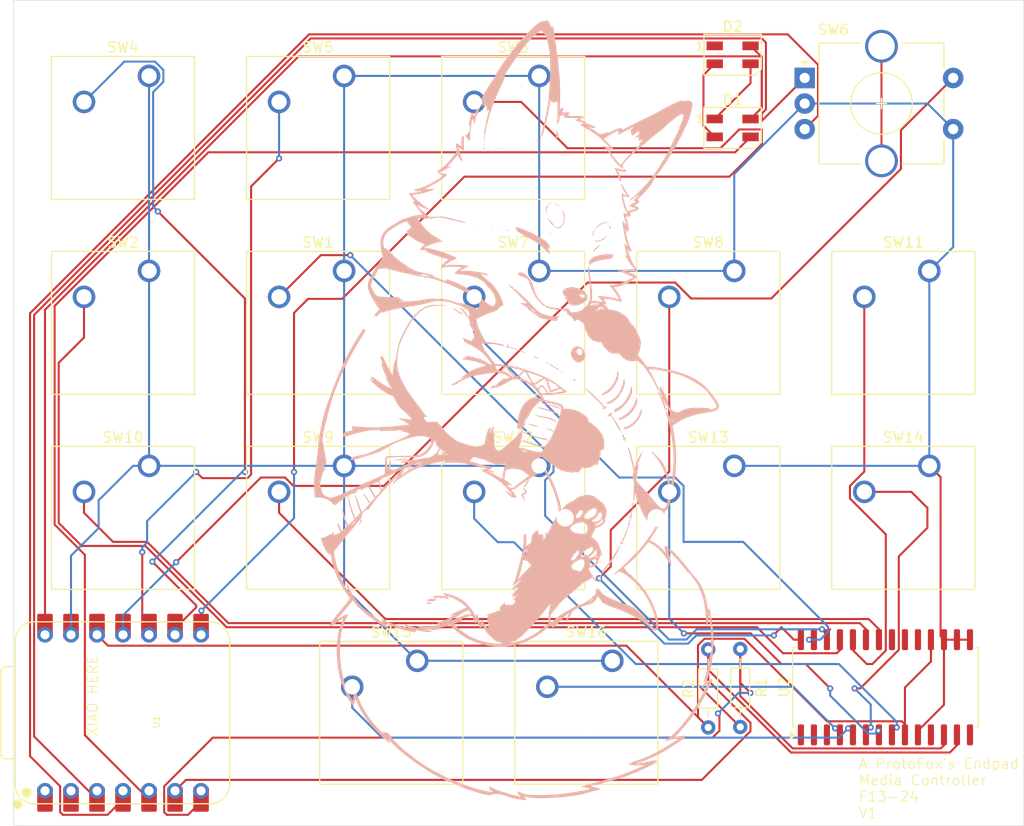
<source format=kicad_pcb>
(kicad_pcb (version 20240108) (generator "pcbnew") (generator_version "8.0")
  (layers (0 "F.Cu" signal) (31 "B.Cu" signal) (34 "B.Paste" user) (35 "F.Paste" user) (36 "B.SilkS" user "B.Silkscreen") (37 "F.SilkS" user "F.Silkscreen") (38 "B.Mask" user) (39 "F.Mask" user) (44 "Edge.Cuts" user))
  (net 0 "")
  (net 1 "Net-(D1-DIN)")
  (net 2 "Net-(D1-DOUT)")
  (net 3 "Net-(D1-VSS)")
  (net 4 "+5V")
  (net 6 "+3.3V")
  (net 7 "Net-(U1-GPIO0{slash}TX)")
  (net 8 "Net-(U1-GPIO7{slash}SCL)")
  (net 9 "Net-(U2-GPA5)")
  (net 10 "GND")
  (net 11 "Net-(U1-GPIO1{slash}RX)")
  (net 12 "Net-(U1-GPIO2{slash}SCK)")
  (net 13 "Net-(U1-GPIO4{slash}MISO)")
  (net 14 "ENC-B")
  (net 15 "ENC-A")
  (net 16 "Net-(U2-GPA6)")
  (net 17 "Net-(U2-GPA7)")
  (net 19 "Net-(U1-GPIO3{slash}MOSI)")
  (net 29 "unconnected-(SW6-PadMP)")
  (net 30 "Net-(U2-GPA4)")
  (net 31 "Net-(U2-GPA3)")
  (net 32 "Net-(U2-GPA1)")
  (net 33 "Net-(U2-GPB6)")
  (net 34 "Net-(U2-GPA2)")
  (net 35 "Net-(U2-GPB7)")
  (net 36 "Net-(U2-GPB5)")
  (net 37 "Net-(U2-GPB4)")
  (net 38 "Net-(U2-GPB3)")
  (footprint "Button_Switch_Keyboard:SW_Cherry_MX_1.00u_PCB" (layer "F.Cu") (at 107.315 75.8825)
    (property "Reference" "SW5" (at -2.54 -2.794 0) (layer "F.SilkS"))
    (property "Value" "SW_Push")
    (pad "" np_thru_hole circle (at -7.62 5.08) (size 1.7 1.7) (drill 1.7) (layers "*.Cu" "*.Mask"))
    (pad "" np_thru_hole circle (at -2.54 5.08) (size 4 4) (drill 4) (layers "*.Cu" "*.Mask"))
    (pad "" np_thru_hole circle (at 2.54 5.08) (size 1.7 1.7) (drill 1.7) (layers "*.Cu" "*.Mask"))
    (pad "1" thru_hole circle (at 0 0) (size 2.2 2.2) (drill 1.5) (layers "*.Cu" "*.Mask") (net 10 "GND"))
    (pad "2" thru_hole circle (at -6.35 2.54) (size 2.2 2.2) (drill 1.5) (layers "*.Cu" "*.Mask") (net 13 "Net-(U1-GPIO4{slash}MISO)"))
  )
  (footprint "Button_Switch_Keyboard:SW_Cherry_MX_1.00u_PCB" (layer "F.Cu") (at 126.365 94.9325)
    (property "Reference" "SW7" (at -2.54 -2.794 0) (layer "F.SilkS"))
    (property "Value" "SW_Push")
    (pad "" np_thru_hole circle (at -7.62 5.08) (size 1.7 1.7) (drill 1.7) (layers "*.Cu" "*.Mask"))
    (pad "" np_thru_hole circle (at -2.54 5.08) (size 4 4) (drill 4) (layers "*.Cu" "*.Mask"))
    (pad "" np_thru_hole circle (at 2.54 5.08) (size 1.7 1.7) (drill 1.7) (layers "*.Cu" "*.Mask"))
    (pad "1" thru_hole circle (at 0 0) (size 2.2 2.2) (drill 1.5) (layers "*.Cu" "*.Mask") (net 10 "GND"))
    (pad "2" thru_hole circle (at -6.35 2.54) (size 2.2 2.2) (drill 1.5) (layers "*.Cu" "*.Mask") (net 16 "Net-(U2-GPA6)"))
  )
  (footprint "Button_Switch_Keyboard:SW_Cherry_MX_1.00u_PCB" (layer "F.Cu") (at 164.465 113.9825)
    (property "Reference" "SW14" (at -2.54 -2.794 0) (layer "F.SilkS"))
    (property "Value" "SW_Push")
    (pad "" np_thru_hole circle (at -7.62 5.08) (size 1.7 1.7) (drill 1.7) (layers "*.Cu" "*.Mask"))
    (pad "" np_thru_hole circle (at -2.54 5.08) (size 4 4) (drill 4) (layers "*.Cu" "*.Mask"))
    (pad "" np_thru_hole circle (at 2.54 5.08) (size 1.7 1.7) (drill 1.7) (layers "*.Cu" "*.Mask"))
    (pad "1" thru_hole circle (at 0 0) (size 2.2 2.2) (drill 1.5) (layers "*.Cu" "*.Mask") (net 10 "GND"))
    (pad "2" thru_hole circle (at -6.35 2.54) (size 2.2 2.2) (drill 1.5) (layers "*.Cu" "*.Mask") (net 36 "Net-(U2-GPB5)"))
  )
  (footprint "Button_Switch_Keyboard:SW_Cherry_MX_1.00u_PCB" (layer "F.Cu") (at 107.315 94.9325)
    (property "Reference" "SW1" (at -2.54 -2.794 0) (layer "F.SilkS"))
    (property "Value" "SW_Push")
    (pad "" np_thru_hole circle (at -7.62 5.08) (size 1.7 1.7) (drill 1.7) (layers "*.Cu" "*.Mask"))
    (pad "" np_thru_hole circle (at -2.54 5.08) (size 4 4) (drill 4) (layers "*.Cu" "*.Mask"))
    (pad "" np_thru_hole circle (at 2.54 5.08) (size 1.7 1.7) (drill 1.7) (layers "*.Cu" "*.Mask"))
    (pad "1" thru_hole circle (at 0 0) (size 2.2 2.2) (drill 1.5) (layers "*.Cu" "*.Mask") (net 10 "GND"))
    (pad "2" thru_hole circle (at -6.35 2.54) (size 2.2 2.2) (drill 1.5) (layers "*.Cu" "*.Mask") (net 9 "Net-(U2-GPA5)"))
  )
  (footprint "Button_Switch_Keyboard:SW_Cherry_MX_1.00u_PCB" (layer "F.Cu") (at 126.365 113.9825)
    (property "Reference" "SW12" (at -2.54 -2.794 0) (layer "F.SilkS"))
    (property "Value" "SW_Push")
    (pad "" np_thru_hole circle (at -7.62 5.08) (size 1.7 1.7) (drill 1.7) (layers "*.Cu" "*.Mask"))
    (pad "" np_thru_hole circle (at -2.54 5.08) (size 4 4) (drill 4) (layers "*.Cu" "*.Mask"))
    (pad "" np_thru_hole circle (at 2.54 5.08) (size 1.7 1.7) (drill 1.7) (layers "*.Cu" "*.Mask"))
    (pad "1" thru_hole circle (at 0 0) (size 2.2 2.2) (drill 1.5) (layers "*.Cu" "*.Mask") (net 10 "GND"))
    (pad "2" thru_hole circle (at -6.35 2.54) (size 2.2 2.2) (drill 1.5) (layers "*.Cu" "*.Mask") (net 35 "Net-(U2-GPB7)"))
  )
  (footprint "Button_Switch_Keyboard:SW_Cherry_MX_1.00u_PCB" (layer "F.Cu") (at 133.50875 133.0325)
    (property "Reference" "SW16" (at -2.54 -2.794 0) (layer "F.SilkS"))
    (property "Value" "SW_Push")
    (pad "" np_thru_hole circle (at -7.62 5.08) (size 1.7 1.7) (drill 1.7) (layers "*.Cu" "*.Mask"))
    (pad "" np_thru_hole circle (at -2.54 5.08) (size 4 4) (drill 4) (layers "*.Cu" "*.Mask"))
    (pad "" np_thru_hole circle (at 2.54 5.08) (size 1.7 1.7) (drill 1.7) (layers "*.Cu" "*.Mask"))
    (pad "1" thru_hole circle (at 0 0) (size 2.2 2.2) (drill 1.5) (layers "*.Cu" "*.Mask") (net 10 "GND"))
    (pad "2" thru_hole circle (at -6.35 2.54) (size 2.2 2.2) (drill 1.5) (layers "*.Cu" "*.Mask") (net 38 "Net-(U2-GPB3)"))
  )
  (footprint "Button_Switch_Keyboard:SW_Cherry_MX_1.00u_PCB" (layer "F.Cu") (at 114.45875 133.0325)
    (property "Reference" "SW15" (at -2.54 -2.794 0) (layer "F.SilkS"))
    (property "Value" "SW_Push")
    (pad "" np_thru_hole circle (at -7.62 5.08) (size 1.7 1.7) (drill 1.7) (layers "*.Cu" "*.Mask"))
    (pad "" np_thru_hole circle (at -2.54 5.08) (size 4 4) (drill 4) (layers "*.Cu" "*.Mask"))
    (pad "" np_thru_hole circle (at 2.54 5.08) (size 1.7 1.7) (drill 1.7) (layers "*.Cu" "*.Mask"))
    (pad "1" thru_hole circle (at 0 0) (size 2.2 2.2) (drill 1.5) (layers "*.Cu" "*.Mask") (net 10 "GND"))
    (pad "2" thru_hole circle (at -6.35 2.54) (size 2.2 2.2) (drill 1.5) (layers "*.Cu" "*.Mask") (net 37 "Net-(U2-GPB4)"))
  )
  (footprint "Button_Switch_Keyboard:SW_Cherry_MX_1.00u_PCB" (layer "F.Cu") (at 88.265 113.9825)
    (property "Reference" "SW10" (at -2.54 -2.794 0) (layer "F.SilkS"))
    (property "Value" "SW_Push")
    (pad "" np_thru_hole circle (at -7.62 5.08) (size 1.7 1.7) (drill 1.7) (layers "*.Cu" "*.Mask"))
    (pad "" np_thru_hole circle (at -2.54 5.08) (size 4 4) (drill 4) (layers "*.Cu" "*.Mask"))
    (pad "" np_thru_hole circle (at 2.54 5.08) (size 1.7 1.7) (drill 1.7) (layers "*.Cu" "*.Mask"))
    (pad "1" thru_hole circle (at 0 0) (size 2.2 2.2) (drill 1.5) (layers "*.Cu" "*.Mask") (net 10 "GND"))
    (pad "2" thru_hole circle (at -6.35 2.54) (size 2.2 2.2) (drill 1.5) (layers "*.Cu" "*.Mask") (net 34 "Net-(U2-GPA2)"))
  )
  (footprint "Button_Switch_Keyboard:SW_Cherry_MX_1.00u_PCB" (layer "F.Cu") (at 164.465 94.9325)
    (property "Reference" "SW11" (at -2.54 -2.794 0) (layer "F.SilkS"))
    (property "Value" "SW_Push")
    (pad "" np_thru_hole circle (at -7.62 5.08) (size 1.7 1.7) (drill 1.7) (layers "*.Cu" "*.Mask"))
    (pad "" np_thru_hole circle (at -2.54 5.08) (size 4 4) (drill 4) (layers "*.Cu" "*.Mask"))
    (pad "" np_thru_hole circle (at 2.54 5.08) (size 1.7 1.7) (drill 1.7) (layers "*.Cu" "*.Mask"))
    (pad "1" thru_hole circle (at 0 0) (size 2.2 2.2) (drill 1.5) (layers "*.Cu" "*.Mask") (net 10 "GND"))
    (pad "2" thru_hole circle (at -6.35 2.54) (size 2.2 2.2) (drill 1.5) (layers "*.Cu" "*.Mask") (net 31 "Net-(U2-GPA3)"))
  )
  (footprint "LED_SMD:LED_SK6812MINI_PLCC4_3.5x3.5mm_P1.75mm" (layer "F.Cu") (at 145.25625 80.9625)
    (property "Reference" "D1" (at 0 -2.75 0) (layer "F.SilkS"))
    (property "Value" "SK6812MINI")
    (fp_text user "1" (at -3.2 -0.875 0) (layer "F.SilkS") (effects (font (size 0.8 0.8))))
    (pad "1" smd rect (at -1.75 -0.875) (size 1.6 0.85) (layers "F.Cu" "F.Paste" "F.Mask") (net 2 "Net-(D1-DOUT)"))
    (pad "2" smd rect (at -1.75 0.875) (size 1.6 0.85) (layers "F.Cu" "F.Paste" "F.Mask") (net 3 "Net-(D1-VSS)"))
    (pad "3" smd rect (at 1.75 0.875) (size 1.6 0.85) (layers "F.Cu" "F.Paste" "F.Mask") (net 1 "Net-(D1-DIN)"))
    (pad "4" smd rect (at 1.75 -0.875) (size 1.6 0.85) (layers "F.Cu" "F.Paste" "F.Mask") (net 4 "+5V"))
  )
  (footprint "Button_Switch_Keyboard:SW_Cherry_MX_1.00u_PCB" (layer "F.Cu") (at 88.265 94.9325)
    (property "Reference" "SW2" (at -2.54 -2.794 0) (layer "F.SilkS"))
    (property "Value" "SW_Push")
    (pad "" np_thru_hole circle (at -7.62 5.08) (size 1.7 1.7) (drill 1.7) (layers "*.Cu" "*.Mask"))
    (pad "" np_thru_hole circle (at -2.54 5.08) (size 4 4) (drill 4) (layers "*.Cu" "*.Mask"))
    (pad "" np_thru_hole circle (at 2.54 5.08) (size 1.7 1.7) (drill 1.7) (layers "*.Cu" "*.Mask"))
    (pad "1" thru_hole circle (at 0 0) (size 2.2 2.2) (drill 1.5) (layers "*.Cu" "*.Mask") (net 10 "GND"))
    (pad "2" thru_hole circle (at -6.35 2.54) (size 2.2 2.2) (drill 1.5) (layers "*.Cu" "*.Mask") (net 30 "Net-(U2-GPA4)"))
  )
  (footprint "Resistor_THT:R_Axial_DIN0204_L3.6mm_D1.6mm_P7.62mm_Horizontal" (layer "F.Cu") (at 146 139.5 90)
    (property "Reference" "R1" (at 3.864 2.082 90) (layer "F.SilkS"))
    (property "Value" "R")
    (pad "1" thru_hole circle (at 0 0 90) (size 1.4 1.4) (drill 0.7) (layers "*.Cu" "*.Mask") (net 6 "+3.3V"))
    (pad "2" thru_hole oval (at 7.62 0 90) (size 1.4 1.4) (drill 0.7) (layers "*.Cu" "*.Mask") (net 7 "Net-(U1-GPIO0{slash}TX)"))
  )
  (footprint "Resistor_THT:R_Axial_DIN0204_L3.6mm_D1.6mm_P7.62mm_Horizontal" (layer "F.Cu") (at 142.875 139.54125 90)
    (property "Reference" "R2" (at 3.81 -1.92 90) (layer "F.SilkS"))
    (property "Value" "R")
    (pad "1" thru_hole circle (at 0 0 90) (size 1.4 1.4) (drill 0.7) (layers "*.Cu" "*.Mask") (net 6 "+3.3V"))
    (pad "2" thru_hole oval (at 7.62 0 90) (size 1.4 1.4) (drill 0.7) (layers "*.Cu" "*.Mask") (net 8 "Net-(U1-GPIO7{slash}SCL)"))
  )
  (footprint "LED_SMD:LED_SK6812MINI_PLCC4_3.5x3.5mm_P1.75mm" (layer "F.Cu") (at 145.25625 73.81875)
    (property "Reference" "D2" (at 0 -2.75 0) (layer "F.SilkS"))
    (property "Value" "SK6812MINI")
    (fp_text user "1" (at -3.2 -0.875 0) (layer "F.SilkS") (effects (font (size 0.8 0.8))))
    (pad "1" smd rect (at -1.75 -0.875) (size 1.6 0.85) (layers "F.Cu" "F.Paste" "F.Mask"))
    (pad "2" smd rect (at -1.75 0.875) (size 1.6 0.85) (layers "F.Cu" "F.Paste" "F.Mask") (net 3 "Net-(D1-VSS)"))
    (pad "3" smd rect (at 1.75 0.875) (size 1.6 0.85) (layers "F.Cu" "F.Paste" "F.Mask") (net 2 "Net-(D1-DOUT)"))
    (pad "4" smd rect (at 1.75 -0.875) (size 1.6 0.85) (layers "F.Cu" "F.Paste" "F.Mask") (net 4 "+5V"))
  )
  (footprint "Button_Switch_Keyboard:SW_Cherry_MX_1.00u_PCB" (layer "F.Cu") (at 145.415 113.9825)
    (property "Reference" "SW13" (at -2.54 -2.794 0) (layer "F.SilkS"))
    (property "Value" "SW_Push")
    (pad "" np_thru_hole circle (at -7.62 5.08) (size 1.7 1.7) (drill 1.7) (layers "*.Cu" "*.Mask"))
    (pad "" np_thru_hole circle (at -2.54 5.08) (size 4 4) (drill 4) (layers "*.Cu" "*.Mask"))
    (pad "" np_thru_hole circle (at 2.54 5.08) (size 1.7 1.7) (drill 1.7) (layers "*.Cu" "*.Mask"))
    (pad "1" thru_hole circle (at 0 0) (size 2.2 2.2) (drill 1.5) (layers "*.Cu" "*.Mask") (net 10 "GND"))
    (pad "2" thru_hole circle (at -6.35 2.54) (size 2.2 2.2) (drill 1.5) (layers "*.Cu" "*.Mask") (net 33 "Net-(U2-GPB6)"))
  )
  (footprint "Button_Switch_Keyboard:SW_Cherry_MX_1.00u_PCB" (layer "F.Cu") (at 107.315 113.9825)
    (property "Reference" "SW9" (at -2.54 -2.794 0) (layer "F.SilkS"))
    (property "Value" "SW_Push")
    (pad "" np_thru_hole circle (at -7.62 5.08) (size 1.7 1.7) (drill 1.7) (layers "*.Cu" "*.Mask"))
    (pad "" np_thru_hole circle (at -2.54 5.08) (size 4 4) (drill 4) (layers "*.Cu" "*.Mask"))
    (pad "" np_thru_hole circle (at 2.54 5.08) (size 1.7 1.7) (drill 1.7) (layers "*.Cu" "*.Mask"))
    (pad "1" thru_hole circle (at 0 0) (size 2.2 2.2) (drill 1.5) (layers "*.Cu" "*.Mask") (net 10 "GND"))
    (pad "2" thru_hole circle (at -6.35 2.54) (size 2.2 2.2) (drill 1.5) (layers "*.Cu" "*.Mask") (net 32 "Net-(U2-GPA1)"))
  )
  (footprint "Button_Switch_Keyboard:SW_Cherry_MX_1.00u_PCB" (layer "F.Cu") (at 145.415 94.9325)
    (property "Reference" "SW8" (at -2.54 -2.794 0) (layer "F.SilkS"))
    (property "Value" "SW_Push")
    (pad "" np_thru_hole circle (at -7.62 5.08) (size 1.7 1.7) (drill 1.7) (layers "*.Cu" "*.Mask"))
    (pad "" np_thru_hole circle (at -2.54 5.08) (size 4 4) (drill 4) (layers "*.Cu" "*.Mask"))
    (pad "" np_thru_hole circle (at 2.54 5.08) (size 1.7 1.7) (drill 1.7) (layers "*.Cu" "*.Mask"))
    (pad "1" thru_hole circle (at 0 0) (size 2.2 2.2) (drill 1.5) (layers "*.Cu" "*.Mask") (net 10 "GND"))
    (pad "2" thru_hole circle (at -6.35 2.54) (size 2.2 2.2) (drill 1.5) (layers "*.Cu" "*.Mask") (net 17 "Net-(U2-GPA7)"))
  )
  (footprint "Button_Switch_Keyboard:SW_Cherry_MX_1.00u_PCB" (layer "F.Cu") (at 126.365 75.8825)
    (property "Reference" "SW3" (at -2.54 -2.794 0) (layer "F.SilkS"))
    (property "Value" "SW_Push")
    (pad "" np_thru_hole circle (at -7.62 5.08) (size 1.7 1.7) (drill 1.7) (layers "*.Cu" "*.Mask"))
    (pad "" np_thru_hole circle (at -2.54 5.08) (size 4 4) (drill 4) (layers "*.Cu" "*.Mask"))
    (pad "" np_thru_hole circle (at 2.54 5.08) (size 1.7 1.7) (drill 1.7) (layers "*.Cu" "*.Mask"))
    (pad "1" thru_hole circle (at 0 0) (size 2.2 2.2) (drill 1.5) (layers "*.Cu" "*.Mask") (net 10 "GND"))
    (pad "2" thru_hole circle (at -6.35 2.54) (size 2.2 2.2) (drill 1.5) (layers "*.Cu" "*.Mask") (net 11 "Net-(U1-GPIO1{slash}RX)"))
  )
  (footprint "Button_Switch_Keyboard:SW_Cherry_MX_1.00u_PCB" (layer "F.Cu") (at 88.265 75.8825)
    (property "Reference" "SW4" (at -2.54 -2.794 0) (layer "F.SilkS"))
    (property "Value" "SW_Push")
    (pad "" np_thru_hole circle (at -7.62 5.08) (size 1.7 1.7) (drill 1.7) (layers "*.Cu" "*.Mask"))
    (pad "" np_thru_hole circle (at -2.54 5.08) (size 4 4) (drill 4) (layers "*.Cu" "*.Mask"))
    (pad "" np_thru_hole circle (at 2.54 5.08) (size 1.7 1.7) (drill 1.7) (layers "*.Cu" "*.Mask"))
    (pad "1" thru_hole circle (at 0 0) (size 2.2 2.2) (drill 1.5) (layers "*.Cu" "*.Mask") (net 10 "GND"))
    (pad "2" thru_hole circle (at -6.35 2.54) (size 2.2 2.2) (drill 1.5) (layers "*.Cu" "*.Mask") (net 12 "Net-(U1-GPIO2{slash}SCK)"))
  )
  (footprint "Package_SO:SOIC-28W_7.5x17.9mm_P1.27mm" (layer "F.Cu") (at 160.17875 135.61875 90)
    (property "Reference" "U2" (at 0 -9.9 90) (layer "F.SilkS"))
    (property "Value" "MCP23017_SO")
    (pad "1" smd roundrect (at -4.65 -8.255 90) (size 2.05 0.6) (layers "F.Cu" "F.Paste" "F.Mask"))
    (pad "2" smd roundrect (at -4.65 -6.985 90) (size 2.05 0.6) (layers "F.Cu" "F.Paste" "F.Mask"))
    (pad "3" smd roundrect (at -4.65 -5.715 90) (size 2.05 0.6) (layers "F.Cu" "F.Paste" "F.Mask"))
    (pad "4" smd roundrect (at -4.65 -4.445 90) (size 2.05 0.6) (layers "F.Cu" "F.Paste" "F.Mask") (net 38 "Net-(U2-GPB3)"))
    (pad "5" smd roundrect (at -4.65 -3.175 90) (size 2.05 0.6) (layers "F.Cu" "F.Paste" "F.Mask") (net 37 "Net-(U2-GPB4)"))
    (pad "6" smd roundrect (at -4.65 -1.905 90) (size 2.05 0.6) (layers "F.Cu" "F.Paste" "F.Mask") (net 36 "Net-(U2-GPB5)"))
    (pad "7" smd roundrect (at -4.65 -0.635 90) (size 2.05 0.6) (layers "F.Cu" "F.Paste" "F.Mask") (net 33 "Net-(U2-GPB6)"))
    (pad "8" smd roundrect (at -4.65 0.635 90) (size 2.05 0.6) (layers "F.Cu" "F.Paste" "F.Mask") (net 35 "Net-(U2-GPB7)"))
    (pad "9" smd roundrect (at -4.65 1.905 90) (size 2.05 0.6) (layers "F.Cu" "F.Paste" "F.Mask") (net 6 "+3.3V"))
    (pad "10" smd roundrect (at -4.65 3.175 90) (size 2.05 0.6) (layers "F.Cu" "F.Paste" "F.Mask") (net 10 "GND"))
    (pad "11" smd roundrect (at -4.65 4.445 90) (size 2.05 0.6) (layers "F.Cu" "F.Paste" "F.Mask"))
    (pad "12" smd roundrect (at -4.65 5.715 90) (size 2.05 0.6) (layers "F.Cu" "F.Paste" "F.Mask") (net 7 "Net-(U1-GPIO0{slash}TX)"))
    (pad "13" smd roundrect (at -4.65 6.985 90) (size 2.05 0.6) (layers "F.Cu" "F.Paste" "F.Mask") (net 8 "Net-(U1-GPIO7{slash}SCL)"))
    (pad "14" smd roundrect (at -4.65 8.255 90) (size 2.05 0.6) (layers "F.Cu" "F.Paste" "F.Mask"))
    (pad "15" smd roundrect (at 4.65 8.255 90) (size 2.05 0.6) (layers "F.Cu" "F.Paste" "F.Mask") (net 10 "GND"))
    (pad "16" smd roundrect (at 4.65 6.985 90) (size 2.05 0.6) (layers "F.Cu" "F.Paste" "F.Mask") (net 10 "GND"))
    (pad "17" smd roundrect (at 4.65 5.715 90) (size 2.05 0.6) (layers "F.Cu" "F.Paste" "F.Mask") (net 10 "GND"))
    (pad "18" smd roundrect (at 4.65 4.445 90) (size 2.05 0.6) (layers "F.Cu" "F.Paste" "F.Mask") (net 6 "+3.3V"))
    (pad "19" smd roundrect (at 4.65 3.175 90) (size 2.05 0.6) (layers "F.Cu" "F.Paste" "F.Mask"))
    (pad "20" smd roundrect (at 4.65 1.905 90) (size 2.05 0.6) (layers "F.Cu" "F.Paste" "F.Mask"))
    (pad "21" smd roundrect (at 4.65 0.635 90) (size 2.05 0.6) (layers "F.Cu" "F.Paste" "F.Mask"))
    (pad "22" smd roundrect (at 4.65 -0.635 90) (size 2.05 0.6) (layers "F.Cu" "F.Paste" "F.Mask") (net 32 "Net-(U2-GPA1)"))
    (pad "23" smd roundrect (at 4.65 -1.905 90) (size 2.05 0.6) (layers "F.Cu" "F.Paste" "F.Mask") (net 34 "Net-(U2-GPA2)"))
    (pad "24" smd roundrect (at 4.65 -3.175 90) (size 2.05 0.6) (layers "F.Cu" "F.Paste" "F.Mask") (net 31 "Net-(U2-GPA3)"))
    (pad "25" smd roundrect (at 4.65 -4.445 90) (size 2.05 0.6) (layers "F.Cu" "F.Paste" "F.Mask") (net 30 "Net-(U2-GPA4)"))
    (pad "26" smd roundrect (at 4.65 -5.715 90) (size 2.05 0.6) (layers "F.Cu" "F.Paste" "F.Mask") (net 9 "Net-(U2-GPA5)"))
    (pad "27" smd roundrect (at 4.65 -6.985 90) (size 2.05 0.6) (layers "F.Cu" "F.Paste" "F.Mask") (net 16 "Net-(U2-GPA6)"))
    (pad "28" smd roundrect (at 4.65 -8.255 90) (size 2.05 0.6) (layers "F.Cu" "F.Paste" "F.Mask") (net 17 "Net-(U2-GPA7)"))
  )
  (footprint "OPL:XIAO-RP2040-DIP" (layer "F.Cu") (at 85.725 138.1125 90)
    (property "Reference" "U1" (at -0.8875 3.275 90) (layer "F.SilkS") (effects (font (size 0.635 0.635) (thickness 0.1016))))
    (property "Value" "XIAO-RP2040-DIP")
    (pad "1" smd roundrect (at -8.455 -7.62 270) (size 2.432 1.524) (layers "F.Cu" "F.Mask") (roundrect_rratio 0.1))
    (pad "1" thru_hole circle (at -7.62 -7.62 270) (size 1.524 1.524) (drill 0.889) (layers "*.Cu" "*.Mask"))
    (pad "2" smd roundrect (at -8.455 -5.08 270) (size 2.432 1.524) (layers "F.Cu" "F.Mask") (roundrect_rratio 0.1))
    (pad "2" thru_hole circle (at -7.62 -5.08 270) (size 1.524 1.524) (drill 0.889) (layers "*.Cu" "*.Mask"))
    (pad "3" smd roundrect (at -8.455 -2.54 270) (size 2.432 1.524) (layers "F.Cu" "F.Mask") (roundrect_rratio 0.1) (net 15 "ENC-A"))
    (pad "3" thru_hole circle (at -7.62 -2.54 270) (size 1.524 1.524) (drill 0.889) (layers "*.Cu" "*.Mask") (net 15 "ENC-A"))
    (pad "4" smd roundrect (at -8.455 0 270) (size 2.432 1.524) (layers "F.Cu" "F.Mask") (roundrect_rratio 0.1) (net 14 "ENC-B"))
    (pad "4" thru_hole circle (at -7.62 0 270) (size 1.524 1.524) (drill 0.889) (layers "*.Cu" "*.Mask") (net 14 "ENC-B"))
    (pad "5" smd roundrect (at -8.455 2.54 270) (size 2.432 1.524) (layers "F.Cu" "F.Mask") (roundrect_rratio 0.1) (net 1 "Net-(D1-DIN)"))
    (pad "5" thru_hole circle (at -7.62 2.54 270) (size 1.524 1.524) (drill 0.889) (layers "*.Cu" "*.Mask") (net 1 "Net-(D1-DIN)"))
    (pad "6" smd roundrect (at -8.455 5.08 270) (size 2.432 1.524) (layers "F.Cu" "F.Mask") (roundrect_rratio 0.1) (net 8 "Net-(U1-GPIO7{slash}SCL)"))
    (pad "6" thru_hole circle (at -7.62 5.08 270) (size 1.524 1.524) (drill 0.889) (layers "*.Cu" "*.Mask") (net 8 "Net-(U1-GPIO7{slash}SCL)"))
    (pad "7" smd roundrect (at -8.455 7.62 270) (size 2.432 1.524) (layers "F.Cu" "F.Mask") (roundrect_rratio 0.1) (net 7 "Net-(U1-GPIO0{slash}TX)"))
    (pad "7" thru_hole circle (at -7.62 7.62 270) (size 1.524 1.524) (drill 0.889) (layers "*.Cu" "*.Mask") (net 7 "Net-(U1-GPIO0{slash}TX)"))
    (pad "8" thru_hole circle (at 7.62 7.62 90) (size 1.524 1.524) (drill 0.889) (layers "*.Cu" "*.Mask") (net 11 "Net-(U1-GPIO1{slash}RX)"))
    (pad "8" smd roundrect (at 8.455 7.62 90) (size 2.432 1.524) (layers "F.Cu" "F.Mask") (roundrect_rratio 0.1) (net 11 "Net-(U1-GPIO1{slash}RX)"))
    (pad "9" thru_hole circle (at 7.62 5.08 90) (size 1.524 1.524) (drill 0.889) (layers "*.Cu" "*.Mask") (net 12 "Net-(U1-GPIO2{slash}SCK)"))
    (pad "9" smd roundrect (at 8.455 5.08 90) (size 2.432 1.524) (layers "F.Cu" "F.Mask") (roundrect_rratio 0.1) (net 12 "Net-(U1-GPIO2{slash}SCK)"))
    (pad "10" thru_hole circle (at 7.62 2.54 90) (size 1.524 1.524) (drill 0.889) (layers "*.Cu" "*.Mask") (net 13 "Net-(U1-GPIO4{slash}MISO)"))
    (pad "10" smd roundrect (at 8.455 2.54 90) (size 2.432 1.524) (layers "F.Cu" "F.Mask") (roundrect_rratio 0.1) (net 13 "Net-(U1-GPIO4{slash}MISO)"))
    (pad "11" thru_hole circle (at 7.62 0 90) (size 1.524 1.524) (drill 0.889) (layers "*.Cu" "*.Mask") (net 19 "Net-(U1-GPIO3{slash}MOSI)"))
    (pad "11" smd roundrect (at 8.455 0 90) (size 2.432 1.524) (layers "F.Cu" "F.Mask") (roundrect_rratio 0.1) (net 19 "Net-(U1-GPIO3{slash}MOSI)"))
    (pad "12" thru_hole circle (at 7.62 -2.54 90) (size 1.524 1.524) (drill 0.889) (layers "*.Cu" "*.Mask") (net 6 "+3.3V"))
    (pad "12" smd roundrect (at 8.455 -2.54 90) (size 2.432 1.524) (layers "F.Cu" "F.Mask") (roundrect_rratio 0.1) (net 6 "+3.3V"))
    (pad "13" thru_hole circle (at 7.62 -5.08 90) (size 1.524 1.524) (drill 0.889) (layers "*.Cu" "*.Mask") (net 10 "GND"))
    (pad "13" smd roundrect (at 8.455 -5.08 90) (size 2.432 1.524) (layers "F.Cu" "F.Mask") (roundrect_rratio 0.1) (net 10 "GND"))
    (pad "14" thru_hole circle (at 7.62 -7.62 90) (size 1.524 1.524) (drill 0.889) (layers "*.Cu" "*.Mask") (net 4 "+5V"))
    (pad "14" smd roundrect (at 8.455 -7.62 90) (size 2.432 1.524) (layers "F.Cu" "F.Mask") (roundrect_rratio 0.1) (net 4 "+5V"))
  )
  (footprint "Rotary_Encoder:RotaryEncoder_Alps_EC11E-Switch_Vertical_H20mm_CircularMountingHoles" (layer "F.Cu") (at 152.29375 76.08125)
    (property "Reference" "SW6" (at 2.8 -4.7 0) (layer "F.SilkS"))
    (property "Value" "RotaryEncoder_Switch")
    (pad "A" thru_hole rect (at 0 0) (size 2 2) (drill 1) (layers "*.Cu" "*.Mask") (net 15 "ENC-A"))
    (pad "B" thru_hole circle (at 0 5) (size 2 2) (drill 1) (layers "*.Cu" "*.Mask") (net 14 "ENC-B"))
    (pad "C" thru_hole circle (at 0 2.5) (size 2 2) (drill 1) (layers "*.Cu" "*.Mask") (net 10 "GND"))
    (pad "MP" thru_hole circle (at 7.5 -3.1) (size 3.2 3.2) (drill 2.6) (layers "*.Cu" "*.Mask") (net 29 "unconnected-(SW6-PadMP)"))
    (pad "MP" thru_hole circle (at 7.5 8.1) (size 3.2 3.2) (drill 2.6) (layers "*.Cu" "*.Mask") (net 29 "unconnected-(SW6-PadMP)"))
    (pad "S1" thru_hole circle (at 14.5 5) (size 2 2) (drill 1) (layers "*.Cu" "*.Mask") (net 10 "GND"))
    (pad "S2" thru_hole circle (at 14.5 0) (size 2 2) (drill 1) (layers "*.Cu" "*.Mask") (net 19 "Net-(U1-GPIO3{slash}MOSI)"))
  )
  (footprint "LOGO" (layer "B.Cu") (at 123.8 108.8 180)
    (property "Reference" "G***" (hide yes))
    (property "Value" "LOGO" (hide yes))
  )
  (gr_rect (start 75.0316 68.4875) (end 173.69015 149.1615) (stroke (width 0.05)) (fill none) (layer "Edge.Cuts"))
  (gr_text "XIAO HERE" (at 83.34375 140.5 90) (layer "F.SilkS") (effects (font (size 1 1) (thickness 0.1)) (justify left bottom)))
  (gr_text "A ProtoFox's Endpad\nMedia Controller\nF13-24\nV1" (at 157.5 148.5 0) (layer "F.SilkS") (effects (font (size 1 1) (thickness 0.1)) (justify left bottom)))
  (segment (start 88.265 146.5675) (end 82.59875 140.90125) (width 0.2) (layer "F.Cu") (net 1))
  (segment (start 145.5 83.34375) (end 147.00625 81.8375) (width 0.2) (layer "F.Cu") (net 1))
  (segment (start 94.063851 83.34375) (end 145.5 83.34375) (width 0.2) (layer "F.Cu") (net 1))
  (segment (start 82.59875 140.90125) (end 82.123 140.4255) (width 0.2) (layer "F.Cu") (net 1))
  (segment (start 79.045 119.725242) (end 79.045 98.362601) (width 0.2) (layer "F.Cu") (net 1))
  (segment (start 82.59875 140.90125) (end 82 140.3025) (width 0.2) (layer "F.Cu") (net 1))
  (segment (start 82 140.3025) (end 82 122.680242) (width 0.2) (layer "F.Cu") (net 1))
  (segment (start 82 122.680242) (end 79.045 119.725242) (width 0.2) (layer "F.Cu") (net 1))
  (segment (start 79.045 98.362601) (end 94.063851 83.34375) (width 0.2) (layer "F.Cu") (net 1))
  (segment (start 147.00625 76.5875) (end 143.50625 80.0875) (width 0.2) (layer "F.Cu") (net 2))
  (segment (start 147.00625 74.69375) (end 147.00625 76.5875) (width 0.2) (layer "F.Cu") (net 2))
  (segment (start 143.50625 74.69375) (end 142.40625 75.79375) (width 0.2) (layer "F.Cu") (net 3))
  (segment (start 142.40625 75.79375) (end 142.40625 80.7375) (width 0.2) (layer "F.Cu") (net 3))
  (segment (start 142.40625 80.7375) (end 143.50625 81.8375) (width 0.2) (layer "F.Cu") (net 3))
  (segment (start 148.10625 78.9875) (end 148.10625 74.04375) (width 0.2) (layer "F.Cu") (net 4))
  (segment (start 148.10625 78.9875) (end 148.10625 73.96875) (width 0.2) (layer "F.Cu") (net 4))
  (segment (start 102.873165 73.96875) (end 78.105 98.736915) (width 0.2) (layer "F.Cu") (net 4))
  (segment (start 147.00625 80.0875) (end 148.10625 78.9875) (width 0.2) (layer "F.Cu") (net 4))
  (segment (start 148.10625 73.96875) (end 102.873165 73.96875) (width 0.2) (layer "F.Cu") (net 4))
  (segment (start 148.10625 74.04375) (end 147.00625 72.94375) (width 0.2) (layer "F.Cu") (net 4))
  (segment (start 78.105 98.736915) (end 78.105 130.4925) (width 0.2) (layer "F.Cu") (net 4))
  (segment (start 84.247 131.5545) (end 83.185 130.4925) (width 0.2) (layer "F.Cu") (net 6))
  (segment (start 154.477964 138.94375) (end 161.783749 138.94375) (width 0.2) (layer "F.Cu") (net 6))
  (segment (start 164.62375 130.96875) (end 164.62375 133.104302) (width 0.2) (layer "F.Cu") (net 6))
  (segment (start 146 139.5) (end 141.875 135.375) (width 0.2) (layer "F.Cu") (net 6))
  (segment (start 161.783749 138.94375) (end 162.08375 139.243751) (width 0.2) (layer "F.Cu") (net 6))
  (segment (start 162.08375 139.243751) (end 162.08375 140.26875) (width 0.2) (layer "F.Cu") (net 6))
  (segment (start 141.875 135.375) (end 141.875 131.507036) (width 0.2) (layer "F.Cu") (net 6))
  (segment (start 141.875 138.54125) (end 142.875 139.54125) (width 0.2) (layer "F.Cu") (net 6))
  (segment (start 134.88825 131.5545) (end 84.247 131.5545) (width 0.2) (layer "F.Cu") (net 6))
  (segment (start 141.875 131.507036) (end 141.875 138.54125) (width 0.2) (layer "F.Cu") (net 6))
  (segment (start 141.875 131.507036) (end 142.502036 130.88) (width 0.2) (layer "F.Cu") (net 6))
  (segment (start 142.502036 130.88) (end 146.414214 130.88) (width 0.2) (layer "F.Cu") (net 6))
  (segment (start 164.62375 133.104302) (end 162.08375 135.644302) (width 0.2) (layer "F.Cu") (net 6))
  (segment (start 162.08375 135.644302) (end 162.08375 140.26875) (width 0.2) (layer "F.Cu") (net 6))
  (segment (start 146.414214 130.88) (end 154.477964 138.94375) (width 0.2) (layer "F.Cu") (net 6))
  (segment (start 142.875 139.54125) (end 134.88825 131.5545) (width 0.2) (layer "F.Cu") (net 6))
  (segment (start 151.11875 141.59375) (end 165.5875 141.59375) (width 0.2) (layer "F.Cu") (net 7))
  (segment (start 165.5875 141.59375) (end 165.89375 141.2875) (width 0.2) (layer "F.Cu") (net 7))
  (segment (start 146 136.475) (end 151.11875 141.59375) (width 0.2) (layer "F.Cu") (net 7))
  (segment (start 146 131.88) (end 146 136.475) (width 0.2) (layer "F.Cu") (net 7))
  (segment (start 93.345 145.7325) (end 93.345 146.81013) (width 0.2) (layer "F.Cu") (net 7))
  (segment (start 143.967157 138.315687) (end 143.825735 138.174265) (width 0.2) (layer "F.Cu") (net 7))
  (segment (start 143.289214 140.54125) (end 143.967157 139.863307) (width 0.2) (layer "F.Cu") (net 7))
  (segment (start 90.003786 148.0835) (end 89.743 147.822714) (width 0.2) (layer "F.Cu") (net 7))
  (segment (start 143.967157 139.863307) (end 143.967157 138.315687) (width 0.2) (layer "F.Cu") (net 7))
  (segment (start 146 135.1725) (end 146 131.88) (width 0.2) (layer "F.Cu") (net 7))
  (segment (start 165.89375 141.2875) (end 165.89375 140.26875) (width 0.2) (layer "F.Cu") (net 7))
  (segment (start 147 136.1725) (end 146 135.1725) (width 0.2) (layer "F.Cu") (net 7))
  (segment (start 94.494355 140.54125) (end 143.289214 140.54125) (width 0.2) (layer "F.Cu") (net 7))
  (segment (start 89.743 145.292605) (end 94.494355 140.54125) (width 0.2) (layer "F.Cu") (net 7))
  (segment (start 92.07163 148.0835) (end 90.003786 148.0835) (width 0.2) (layer "F.Cu") (net 7))
  (segment (start 89.743 147.822714) (end 89.743 145.292605) (width 0.2) (layer "F.Cu") (net 7))
  (segment (start 93.345 146.81013) (end 92.07163 148.0835) (width 0.2) (layer "F.Cu") (net 7))
  (via (at 147 136.1725) (size 0.6) (drill 0.3) (layers "F.Cu" "B.Cu") (net 7))
  (via (at 143.825735 138.174265) (size 0.6) (drill 0.3) (layers "F.Cu" "B.Cu") (net 7))
  (segment (start 145.8275 136.1725) (end 147 136.1725) (width 0.2) (layer "B.Cu") (net 7))
  (segment (start 143.825735 138.174265) (end 145.8275 136.1725) (width 0.2) (layer "B.Cu") (net 7))
  (segment (start 167.16375 140.26875) (end 167.16375 141.293749) (width 0.2) (layer "F.Cu") (net 8))
  (segment (start 91.867 144.6705) (end 90.805 145.7325) (width 0.2) (layer "F.Cu") (net 8))
  (segment (start 142.243714 144.6705) (end 91.867 144.6705) (width 0.2) (layer "F.Cu") (net 8))
  (segment (start 142.875 131.92125) (end 142.875 134.960786) (width 0.2) (layer "F.Cu") (net 8))
  (segment (start 147 139.914214) (end 142.243714 144.6705) (width 0.2) (layer "F.Cu") (net 8))
  (segment (start 142.875 133.915686) (end 142.875 131.92125) (width 0.2) (layer "F.Cu") (net 8))
  (segment (start 142.875 134.960786) (end 147 139.085786) (width 0.2) (layer "F.Cu") (net 8))
  (segment (start 166.463749 141.99375) (end 150.953064 141.99375) (width 0.2) (layer "F.Cu") (net 8))
  (segment (start 147 139.085786) (end 147 139.914214) (width 0.2) (layer "F.Cu") (net 8))
  (segment (start 150.953064 141.99375) (end 142.875 133.915686) (width 0.2) (layer "F.Cu") (net 8))
  (segment (start 167.16375 141.293749) (end 166.463749 141.99375) (width 0.2) (layer "F.Cu") (net 8))
  (segment (start 154.46375 130.439219) (end 153.978725 129.954194) (width 0.2) (layer "F.Cu") (net 9))
  (segment (start 154.46375 130.96875) (end 154.46375 130.439219) (width 0.2) (layer "F.Cu") (net 9))
  (segment (start 105.043441 93.394059) (end 100.965 97.4725) (width 0.2) (layer "F.Cu") (net 9))
  (segment (start 154.46375 130.96875) (end 154.46375 130.271694) (width 0.2) (layer "F.Cu") (net 9))
  (segment (start 107.915 93.394059) (end 105.043441 93.394059) (width 0.2) (layer "F.Cu") (net 9))
  (segment (start 154.46375 130.271694) (end 154.78125 129.954194) (width 0.2) (layer "F.Cu") (net 9))
  (via (at 107.915 93.394059) (size 0.6) (drill 0.3) (layers "F.Cu" "B.Cu") (net 9))
  (via (at 153.978725 129.954194) (size 0.6) (drill 0.3) (layers "F.Cu" "B.Cu") (net 9))
  (segment (start 139.040096 130.954194) (end 126.944899 118.858997) (width 0.2) (layer "B.Cu") (net 9))
  (segment (start 153.978725 129.954194) (end 141.742279 129.954194) (width 0.2) (layer "B.Cu") (net 9))
  (segment (start 126.944899 118.858997) (end 126.944899 115.3825) (width 0.2) (layer "B.Cu") (net 9))
  (segment (start 127.765 114.562399) (end 127.765 113.244059) (width 0.2) (layer "B.Cu") (net 9))
  (segment (start 127.765 113.244059) (end 107.915 93.394059) (width 0.2) (layer "B.Cu") (net 9))
  (segment (start 126.944899 115.3825) (end 127.765 114.562399) (width 0.2) (layer "B.Cu") (net 9))
  (segment (start 140.742279 130.954194) (end 139.040096 130.954194) (width 0.2) (layer "B.Cu") (net 9))
  (segment (start 141.742279 129.954194) (end 140.742279 130.954194) (width 0.2) (layer "B.Cu") (net 9))
  (segment (start 163.35375 139.873198) (end 163.35375 140.26875) (width 0.2) (layer "F.Cu") (net 10))
  (segment (start 165.89375 130.96875) (end 165.89375 137.333198) (width 0.2) (layer "F.Cu") (net 10))
  (segment (start 165.89375 130.96875) (end 166.6875 130.96875) (width 0.2) (layer "F.Cu") (net 10))
  (segment (start 166.6875 130.96875) (end 168.43375 130.96875) (width 0.2) (layer "F.Cu") (net 10))
  (segment (start 165.89375 137.333198) (end 163.35375 139.873198) (width 0.2) (layer "F.Cu") (net 10))
  (segment (start 164.465 113.9825) (end 165.564999 115.082499) (width 0.2) (layer "F.Cu") (net 10))
  (segment (start 166.6875 130.96875) (end 167.16375 130.96875) (width 0.2) (layer "F.Cu") (net 10))
  (segment (start 165.564999 130.639999) (end 165.89375 130.96875) (width 0.2) (layer "F.Cu") (net 10))
  (segment (start 165.564999 115.082499) (end 165.564999 130.639999) (width 0.2) (layer "F.Cu") (net 10))
  (segment (start 86.709366 113.9825) (end 83.34375 117.348116) (width 0.2) (layer "B.Cu") (net 10))
  (segment (start 107.315 113.9825) (end 107.315 75.8825) (width 0.2) (layer "B.Cu") (net 10))
  (segment (start 126.365 94.9325) (end 145.415 94.9325) (width 0.2) (layer "B.Cu") (net 10))
  (segment (start 88.265 75.8825) (end 88.265 94.9325) (width 0.2) (layer "B.Cu") (net 10))
  (segment (start 83.34375 120.067153) (end 80.645 122.765903) (width 0.2) (layer "B.Cu") (net 10))
  (segment (start 166.79375 81.08125) (end 166.79375 92.60375) (width 0.2) (layer "B.Cu") (net 10))
  (segment (start 83.34375 117.348116) (end 83.34375 120.067153) (width 0.2) (layer "B.Cu") (net 10))
  (segment (start 107.315 113.9825) (end 126.365 113.9825) (width 0.2) (layer "B.Cu") (net 10))
  (segment (start 107.315 125.88875) (end 114.45875 133.0325) (width 0.2) (layer "B.Cu") (net 10))
  (segment (start 164.465 113.9825) (end 145.415 113.9825) (width 0.2) (layer "B.Cu") (net 10))
  (segment (start 145.415 94.9325) (end 145.415 85.46) (width 0.2) (layer "B.Cu") (net 10))
  (segment (start 114.45875 133.0325) (end 133.50875 133.0325) (width 0.2) (layer "B.Cu") (net 10))
  (segment (start 164.465 94.9325) (end 164.465 113.9825) (width 0.2) (layer "B.Cu") (net 10))
  (segment (start 145.415 85.46) (end 152.29375 78.58125) (width 0.2) (layer "B.Cu") (net 10))
  (segment (start 107.315 113.9825) (end 107.315 125.88875) (width 0.2) (layer "B.Cu") (net 10))
  (segment (start 88.265 94.9325) (end 88.265 113.9825) (width 0.2) (layer "B.Cu") (net 10))
  (segment (start 164.29375 78.58125) (end 166.79375 81.08125) (width 0.2) (layer "B.Cu") (net 10))
  (segment (start 107.315 75.8825) (end 126.365 75.8825) (width 0.2) (layer "B.Cu") (net 10))
  (segment (start 88.265 113.9825) (end 107.315 113.9825) (width 0.2) (layer "B.Cu") (net 10))
  (segment (start 152.29375 78.58125) (end 164.29375 78.58125) (width 0.2) (layer "B.Cu") (net 10))
  (segment (start 88.265 113.9825) (end 86.709366 113.9825) (width 0.2) (layer "B.Cu") (net 10))
  (segment (start 166.79375 92.60375) (end 164.465 94.9325) (width 0.2) (layer "B.Cu") (net 10))
  (segment (start 80.645 122.765903) (end 80.645 130.4925) (width 0.2) (layer "B.Cu") (net 10))
  (segment (start 126.365 75.8825) (end 126.365 94.9325) (width 0.2) (layer "B.Cu") (net 10))
  (segment (start 107.125 97.6625) (end 119.0625 85.725) (width 0.2) (layer "F.Cu") (net 11))
  (segment (start 144.075 82.94375) (end 129.129652 82.94375) (width 0.2) (layer "F.Cu") (net 11))
  (segment (start 148.10625 82.5625) (end 148.10625 81.1125) (width 0.2) (layer "F.Cu") (net 11))
  (segment (start 145.90625 81.1125) (end 144.075 82.94375) (width 0.2) (layer "F.Cu") (net 11))
  (segment (start 119.0625 85.725) (end 144.94375 85.725) (width 0.2) (layer "F.Cu") (net 11))
  (segment (start 93.345 128.16585) (end 93.379567 128.131283) (width 0.2) (layer "F.Cu") (net 11))
  (segment (start 102.425 99.039098) (end 103.801598 97.6625) (width 0.2) (layer "F.Cu") (net 11))
  (segment (start 93.345 130.4925) (end 93.345 128.16585) (width 0.2) (layer "F.Cu") (net 11))
  (segment (start 148.10625 81.1125) (end 145.90625 81.1125) (width 0.2) (layer "F.Cu") (net 11))
  (segment (start 124.608402 78.4225) (end 120.015 78.4225) (width 0.2) (layer "F.Cu") (net 11))
  (segment (start 103.801598 97.6625) (end 107.125 97.6625) (width 0.2) (layer "F.Cu") (net 11))
  (segment (start 102.425 114.5825) (end 102.425 99.039098) (width 0.2) (layer "F.Cu") (net 11))
  (segment (start 129.129652 82.94375) (end 124.608402 78.4225) (width 0.2) (layer "F.Cu") (net 11))
  (segment (start 144.94375 85.725) (end 148.10625 82.5625) (width 0.2) (layer "F.Cu") (net 11))
  (via (at 93.379567 128.131283) (size 0.6) (drill 0.3) (layers "F.Cu" "B.Cu") (net 11))
  (via (at 102.425 114.5825) (size 0.6) (drill 0.3) (layers "F.Cu" "B.Cu") (net 11))
  (segment (start 102.425 119.08585) (end 102.425 114.5825) (width 0.2) (layer "B.Cu") (net 11))
  (segment (start 93.379567 128.131283) (end 102.425 119.08585) (width 0.2) (layer "B.Cu") (net 11))
  (segment (start 97.63125 114.5825) (end 97.63125 97.631249) (width 0.2) (layer "F.Cu") (net 12))
  (segment (start 90.805 130.4925) (end 90.805 129.880286) (width 0.2) (layer "F.Cu") (net 12))
  (segment (start 90.805 129.880286) (end 92.86875 127.816536) (width 0.2) (layer "F.Cu") (net 12))
  (segment (start 92.86875 127.816536) (end 92.86875 127.620466) (width 0.2) (layer "F.Cu") (net 12))
  (segment (start 92.86875 127.620466) (end 88.589767 123.341483) (width 0.2) (layer "F.Cu") (net 12))
  (segment (start 97.63125 97.631249) (end 89.128066 89.128065) (width 0.2) (layer "F.Cu") (net 12))
  (via (at 97.63125 114.5825) (size 0.6) (drill 0.3) (layers "F.Cu" "B.Cu") (net 12))
  (via (at 89.128066 89.128065) (size 0.6) (drill 0.3) (layers "F.Cu" "B.Cu") (net 12))
  (via (at 88.589767 123.341483) (size 0.6) (drill 0.3) (layers "F.Cu" "B.Cu") (net 12))
  (segment (start 89.665 76.462399) (end 89.665 75.302601) (width 0.2) (layer "B.Cu") (net 12))
  (segment (start 89.665 75.302601) (end 88.844899 74.4825) (width 0.2) (layer "B.Cu") (net 12))
  (segment (start 88.665 88.664999) (end 88.665 77.462399) (width 0.2) (layer "B.Cu") (net 12))
  (segment (start 88.844899 74.4825) (end 85.855 74.4825) (width 0.2) (layer "B.Cu") (net 12))
  (segment (start 89.128066 89.128065) (end 88.665 88.664999) (width 0.2) (layer "B.Cu") (net 12))
  (segment (start 85.855 74.4825) (end 81.915 78.4225) (width 0.2) (layer "B.Cu") (net 12))
  (segment (start 97.34875 114.5825) (end 97.63125 114.5825) (width 0.2) (layer "B.Cu") (net 12))
  (segment (start 88.665 77.462399) (end 89.665 76.462399) (width 0.2) (layer "B.Cu") (net 12))
  (segment (start 88.589767 123.341483) (end 97.34875 114.5825) (width 0.2) (layer "B.Cu") (net 12))
  (segment (start 93.46875 115.1825) (end 97.879779 115.1825) (width 0.2) (layer "F.Cu") (net 13))
  (segment (start 97.879779 115.1825) (end 98.23125 114.831029) (width 0.2) (layer "F.Cu") (net 13))
  (segment (start 88.265 130.4925) (end 87.602206 129.829706) (width 0.2) (layer "F.Cu") (net 13))
  (segment (start 92.86875 114.5825) (end 93.46875 115.1825) (width 0.2) (layer "F.Cu") (net 13))
  (segment (start 87.602206 129.829706) (end 87.602206 122.4125) (width 0.2) (layer "F.Cu") (net 13))
  (segment (start 98.23125 114.831029) (end 98.23125 86.6775) (width 0.2) (layer "F.Cu") (net 13))
  (segment (start 98.23125 86.6775) (end 100.965 83.94375) (width 0.2) (layer "F.Cu") (net 13))
  (via (at 100.965 83.94375) (size 0.6) (drill 0.3) (layers "F.Cu" "B.Cu") (net 13))
  (via (at 92.86875 114.5825) (size 0.6) (drill 0.3) (layers "F.Cu" "B.Cu") (net 13))
  (via (at 87.602206 122.4125) (size 0.6) (drill 0.3) (layers "F.Cu" "B.Cu") (net 13))
  (segment (start 100.965 78.4225) (end 100.965 83.94375) (width 0.2) (layer "B.Cu") (net 13))
  (segment (start 88.075 121.475) (end 88.075 119.37625) (width 0.2) (layer "B.Cu") (net 13))
  (segment (start 87.602206 122.4125) (end 87.602206 121.947794) (width 0.2) (layer "B.Cu") (net 13))
  (segment (start 88.075 119.37625) (end 92.86875 114.5825) (width 0.2) (layer "B.Cu") (net 13))
  (segment (start 87.602206 121.947794) (end 88.075 121.475) (width 0.2) (layer "B.Cu") (net 13))
  (segment (start 76.643 142.352605) (end 79.583 145.292605) (width 0.2) (layer "F.Cu") (net 14))
  (segment (start 79.583 147.822714) (end 79.843786 148.0835) (width 0.2) (layer "F.Cu") (net 14))
  (segment (start 150.63125 71.81875) (end 103.891793 71.81875) (width 0.2) (layer "F.Cu") (net 14))
  (segment (start 153.59375 79.78125) (end 153.59375 74.78125) (width 0.2) (layer "F.Cu") (net 14))
  (segment (start 76.643 99.067543) (end 76.643 142.352605) (width 0.2) (layer "F.Cu") (net 14))
  (segment (start 85.725 146.5675) (end 85.725 145.7325) (width 0.2) (layer "F.Cu") (net 14))
  (segment (start 153.59375 74.78125) (end 150.63125 71.81875) (width 0.2) (layer "F.Cu") (net 14))
  (segment (start 79.583 145.292605) (end 79.583 147.822714) (width 0.2) (layer "F.Cu") (net 14))
  (segment (start 84.209 148.0835) (end 85.725 146.5675) (width 0.2) (layer "F.Cu") (net 14))
  (segment (start 152.29375 81.08125) (end 153.59375 79.78125) (width 0.2) (layer "F.Cu") (net 14))
  (segment (start 79.843786 148.0835) (end 84.209 148.0835) (width 0.2) (layer "F.Cu") (net 14))
  (segment (start 103.891793 71.81875) (end 76.643 99.067543) (width 0.2) (layer "F.Cu") (net 14))
  (segment (start 148.50625 72.61875) (end 148.10625 72.21875) (width 0.2) (layer "F.Cu") (net 15))
  (segment (start 104.057479 72.21875) (end 77.043 99.233229) (width 0.2) (layer "F.Cu") (net 15))
  (segment (start 77.043 99.233229) (end 77.043 140.4255) (width 0.2) (layer "F.Cu") (net 15))
  (segment (start 148.10625 79.553185) (end 148.50625 79.153185) (width 0.2) (layer "F.Cu") (net 15))
  (segment (start 148.10625 72.21875) (end 104.057479 72.21875) (width 0.2) (layer "F.Cu") (net 15))
  (segment (start 148.10625 80.26875) (end 148.10625 79.553185) (width 0.2) (layer "F.Cu") (net 15))
  (segment (start 148.50625 79.153185) (end 148.50625 72.61875) (width 0.2) (layer "F.Cu") (net 15))
  (segment (start 77.043 140.4255) (end 83.185 146.5675) (width 0.2) (layer "F.Cu") (net 15))
  (segment (start 152.29375 76.08125) (end 148.10625 80.26875) (width 0.2) (layer "F.Cu") (net 15))
  (segment (start 153.19375 129.943751) (end 153.19375 130.498749) (width 0.2) (layer "F.Cu") (net 16))
  (segment (start 153.19375 130.96875) (end 153.19375 129.943751) (width 0.2) (layer "F.Cu") (net 16))
  (segment (start 153.19375 130.498749) (end 152.723749 130.96875) (width 0.2) (layer "F.Cu") (net 16))
  (via (at 152.723749 130.96875) (size 0.6) (drill 0.3) (layers "F.Cu" "B.Cu") (net 16))
  (segment (start 120.015 100.965) (end 120.015 97.4725) (width 0.2) (layer "B.Cu") (net 16))
  (segment (start 146.28806 121.415) (end 140.465 121.415) (width 0.2) (layer "B.Cu") (net 16))
  (segment (start 153.812698 130.96875) (end 154.578725 130.202723) (width 0.2) (layer "B.Cu") (net 16))
  (segment (start 152.723749 130.96875) (end 153.812698 130.96875) (width 0.2) (layer "B.Cu") (net 16))
  (segment (start 139.644899 115.1225) (end 134.1725 115.1225) (width 0.2) (layer "B.Cu") (net 16))
  (segment (start 134.1725 115.1225) (end 120.015 100.965) (width 0.2) (layer "B.Cu") (net 16))
  (segment (start 140.465 121.415) (end 140.465 115.942601) (width 0.2) (layer "B.Cu") (net 16))
  (segment (start 140.465 115.942601) (end 139.644899 115.1225) (width 0.2) (layer "B.Cu") (net 16))
  (segment (start 154.578725 129.705665) (end 146.28806 121.415) (width 0.2) (layer "B.Cu") (net 16))
  (segment (start 154.578725 130.202723) (end 154.578725 129.705665) (width 0.2) (layer "B.Cu") (net 16))
  (segment (start 133.35 120.257601) (end 139.065 114.542601) (width 0.2) (layer "F.Cu") (net 17))
  (segment (start 149.286027 130.486917) (end 149.286027 130.554194) (width 0.2) (layer "F.Cu") (net 17))
  (segment (start 133.35 123.825) (end 133.35 120.257601) (width 0.2) (layer "F.Cu") (net 17))
  (segment (start 151.92375 130.96875) (end 151.233306 130.96875) (width 0.2) (layer "F.Cu") (net 17))
  (segment (start 150.01875 129.754194) (end 149.286027 130.486917) (width 0.2) (layer "F.Cu") (net 17))
  (segment (start 139.065 114.542601) (end 139.065 97.4725) (width 0.2) (layer "F.Cu") (net 17))
  (segment (start 132.206186 124.968814) (end 133.35 123.825) (width 0.2) (layer "F.Cu") (net 17))
  (segment (start 151.233306 130.96875) (end 150.01875 129.754194) (width 0.2) (layer "F.Cu") (net 17))
  (via (at 149.286027 130.554194) (size 0.6) (drill 0.3) (layers "F.Cu" "B.Cu") (net 17))
  (via (at 132.206186 124.968814) (size 0.6) (drill 0.3) (layers "F.Cu" "B.Cu") (net 17))
  (segment (start 138.591566 131.354194) (end 132.206186 124.968814) (width 0.2) (layer "B.Cu") (net 17))
  (segment (start 141.707965 130.554194) (end 140.907965 131.354194) (width 0.2) (layer "B.Cu") (net 17))
  (segment (start 140.907965 131.354194) (end 138.591566 131.354194) (width 0.2) (layer "B.Cu") (net 17))
  (segment (start 149.286027 130.554194) (end 141.707965 130.554194) (width 0.2) (layer "B.Cu") (net 17))
  (segment (start 131.088402 96.0725) (end 111.218301 115.942601) (width 0.2) (layer "F.Cu") (net 19))
  (segment (start 111.218301 115.942601) (end 102.365 115.942601) (width 0.2) (layer "F.Cu") (net 19))
  (segment (start 166.79375 76.08125) (end 161.69375 81.18125) (width 0.2) (layer "F.Cu") (net 19))
  (segment (start 161.69375 81.18125) (end 161.69375 84.968256) (width 0.2) (layer "F.Cu") (net 19))
  (segment (start 102.365 115.942601) (end 101.544899 115.1225) (width 0.2) (layer "F.Cu") (net 19))
  (segment (start 99.19 115.1225) (end 90.911765 123.400735) (width 0.2) (layer "F.Cu") (net 19))
  (segment (start 141.203649 97.63125) (end 139.644899 96.0725) (width 0.2) (layer "F.Cu") (net 19))
  (segment (start 149.030756 97.63125) (end 141.203649 97.63125) (width 0.2) (layer "F.Cu") (net 19))
  (segment (start 101.544899 115.1225) (end 99.19 115.1225) (width 0.2) (layer "F.Cu") (net 19))
  (segment (start 139.644899 96.0725) (end 131.088402 96.0725) (width 0.2) (layer "F.Cu") (net 19))
  (segment (start 161.69375 84.968256) (end 149.030756 97.63125) (width 0.2) (layer "F.Cu") (net 19))
  (via (at 90.911765 123.400735) (size 0.6) (drill 0.3) (layers "F.Cu" "B.Cu") (net 19))
  (segment (start 85.725 128.5875) (end 85.725 130.4925) (width 0.2) (layer "B.Cu") (net 19))
  (segment (start 90.911765 123.400735) (end 85.725 128.5875) (width 0.2) (layer "B.Cu") (net 19))
  (segment (start 159.79375 72.98125) (end 159.79375 84.18125) (width 0.2) (layer "F.Cu") (net 29))
  (segment (start 81.697944 121.8125) (end 79.445 119.559556) (width 0.2) (layer "F.Cu") (net 30))
  (segment (start 155.73375 131.993749) (end 155.433749 132.29375) (width 0.2) (layer "F.Cu") (net 30))
  (segment (start 87.909314 121.8125) (end 81.697944 121.8125) (width 0.2) (layer "F.Cu") (net 30))
  (segment (start 155.73375 130.96875) (end 155.73375 131.993749) (width 0.2) (layer "F.Cu") (net 30))
  (segment (start 147.6375 129.754194) (end 95.851008 129.754194) (width 0.2) (layer "F.Cu") (net 30))
  (segment (start 95.851008 129.754194) (end 87.909314 121.8125) (width 0.2) (layer "F.Cu") (net 30))
  (segment (start 150.177056 132.29375) (end 147.6375 129.754194) (width 0.2) (layer "F.Cu") (net 30))
  (segment (start 79.445 119.559556) (end 79.445 103.91125) (width 0.2) (layer "F.Cu") (net 30))
  (segment (start 81.915 101.44125) (end 81.915 97.4725) (width 0.2) (layer "F.Cu") (net 30))
  (segment (start 79.445 103.91125) (end 81.915 101.44125) (width 0.2) (layer "F.Cu") (net 30))
  (segment (start 155.433749 132.29375) (end 150.177056 132.29375) (width 0.2) (layer "F.Cu") (net 30))
  (segment (start 156.715 117.175902) (end 156.715 115.942601) (width 0.2) (layer "F.Cu") (net 31))
  (segment (start 156.715 115.942601) (end 158.115 114.542601) (width 0.2) (layer "F.Cu") (net 31))
  (segment (start 158.115 114.542601) (end 158.115 97.4725) (width 0.2) (layer "F.Cu") (net 31))
  (segment (start 160.21375 132.034302) (end 160.21375 120.674652) (width 0.2) (layer "F.Cu") (net 31))
  (segment (start 158.360001 133.35) (end 158.898052 133.35) (width 0.2) (layer "F.Cu") (net 31))
  (segment (start 160.21375 120.674652) (end 156.715 117.175902) (width 0.2) (layer "F.Cu") (net 31))
  (segment (start 158.898052 133.35) (end 160.21375 132.034302) (width 0.2) (layer "F.Cu") (net 31))
  (segment (start 157.00375 130.96875) (end 157.00375 131.993749) (width 0.2) (layer "F.Cu") (net 31))
  (segment (start 157.00375 131.993749) (end 158.360001 133.35) (width 0.2) (layer "F.Cu") (net 31))
  (segment (start 159.54375 129.943751) (end 158.554193 128.954194) (width 0.2) (layer "F.Cu") (net 32))
  (segment (start 100.965 118.575902) (end 100.965 116.5225) (width 0.2) (layer "F.Cu") (net 32))
  (segment (start 159.54375 130.96875) (end 159.54375 129.943751) (width 0.2) (layer "F.Cu") (net 32))
  (segment (start 158.554193 128.954194) (end 111.343292 128.954194) (width 0.2) (layer "F.Cu") (net 32))
  (segment (start 111.343292 128.954194) (end 100.965 118.575902) (width 0.2) (layer "F.Cu") (net 32))
  (segment (start 154.78125 135.73125) (end 152.4 133.35) (width 0.2) (layer "F.Cu") (net 33))
  (segment (start 159.54375 139.910792) (end 159.482856 139.849898) (width 0.2) (layer "F.Cu") (net 33))
  (segment (start 152.4 133.35) (end 150.01875 133.35) (width 0.2) (layer "F.Cu") (net 33))
  (segment (start 147.022944 130.354194) (end 140.49375 130.354194) (width 0.2) (layer "F.Cu") (net 33))
  (segment (start 150.01875 133.35) (end 147.022944 130.354194) (width 0.2) (layer "F.Cu") (net 33))
  (segment (start 159.54375 140.26875) (end 159.54375 139.910792) (width 0.2) (layer "F.Cu") (net 33))
  (via (at 140.49375 130.354194) (size 0.6) (drill 0.3) (layers "F.Cu" "B.Cu") (net 33))
  (via (at 154.78125 135.73125) (size 0.6) (drill 0.3) (layers "F.Cu" "B.Cu") (net 33))
  (via (at 159.482856 139.849898) (size 0.6) (drill 0.3) (layers "F.Cu" "B.Cu") (net 33))
  (segment (start 159.189004 140.14375) (end 158.495221 140.14375) (width 0.2) (layer "B.Cu") (net 33))
  (segment (start 140.49375 130.354194) (end 139.065 128.925444) (width 0.2) (layer "B.Cu") (net 33))
  (segment (start 139.065 128.925444) (end 139.065 116.5225) (width 0.2) (layer "B.Cu") (net 33))
  (segment (start 159.482856 139.849898) (end 159.189004 140.14375) (width 0.2) (layer "B.Cu") (net 33))
  (segment (start 154.78125 136.429779) (end 154.78125 135.73125) (width 0.2) (layer "B.Cu") (net 33))
  (segment (start 158.495221 140.14375) (end 154.78125 136.429779) (width 0.2) (layer "B.Cu") (net 33))
  (segment (start 84.751598 121.4125) (end 81.915 118.575902) (width 0.2) (layer "F.Cu") (net 34))
  (segment (start 81.915 118.575902) (end 81.915 116.5225) (width 0.2) (layer "F.Cu") (net 34))
  (segment (start 96.016694 129.354194) (end 88.075 121.4125) (width 0.2) (layer "F.Cu") (net 34))
  (segment (start 158.27375 129.943751) (end 157.684193 129.354194) (width 0.2) (layer "F.Cu") (net 34))
  (segment (start 88.075 121.4125) (end 84.751598 121.4125) (width 0.2) (layer "F.Cu") (net 34))
  (segment (start 157.684193 129.354194) (end 96.016694 129.354194) (width 0.2) (layer "F.Cu") (net 34))
  (segment (start 158.27375 130.96875) (end 158.27375 129.943751) (width 0.2) (layer "F.Cu") (net 34))
  (segment (start 160.81375 140.26875) (end 160.81375 140.01375) (width 0.2) (layer "F.Cu") (net 35))
  (segment (start 160.81375 140.01375) (end 161.28375 139.54375) (width 0.2) (layer "F.Cu") (net 35))
  (via (at 161.28375 139.54375) (size 0.6) (drill 0.3) (layers "F.Cu" "B.Cu") (net 35))
  (segment (start 122.32625 121.44375) (end 120.015 119.1325) (width 0.2) (layer "B.Cu") (net 35))
  (segment (start 155.629779 133.35) (end 135.806149 133.35) (width 0.2) (layer "B.Cu") (net 35))
  (segment (start 123.899899 121.44375) (end 122.32625 121.44375) (width 0.2) (layer "B.Cu") (net 35))
  (segment (start 135.806149 133.35) (end 123.899899 121.44375) (width 0.2) (layer "B.Cu") (net 35))
  (segment (start 161.28375 139.003971) (end 155.629779 133.35) (width 0.2) (layer "B.Cu") (net 35))
  (segment (start 161.28375 139.54375) (end 161.28375 139.003971) (width 0.2) (layer "B.Cu") (net 35))
  (segment (start 120.015 119.1325) (end 120.015 116.5225) (width 0.2) (layer "B.Cu") (net 35))
  (segment (start 157.1625 135.73125) (end 157.716802 135.73125) (width 0.2) (layer "F.Cu") (net 36))
  (segment (start 158.27375 140.01375) (end 158.74375 139.54375) (width 0.2) (layer "F.Cu") (net 36))
  (segment (start 161.48375 122.827152) (end 164.275 120.035902) (width 0.2) (layer "F.Cu") (net 36))
  (segment (start 164.275 120.035902) (end 164.275 118.089098) (width 0.2) (layer "F.Cu") (net 36))
  (segment (start 161.48375 131.964302) (end 161.48375 122.827152) (width 0.2) (layer "F.Cu") (net 36))
  (segment (start 157.716802 135.73125) (end 161.48375 131.964302) (width 0.2) (layer "F.Cu") (net 36))
  (segment (start 164.275 118.089098) (end 162.708402 116.5225) (width 0.2) (layer "F.Cu") (net 36))
  (segment (start 158.27375 140.26875) (end 158.27375 140.01375) (width 0.2) (layer "F.Cu") (net 36))
  (segment (start 162.708402 116.5225) (end 158.115 116.5225) (width 0.2) (layer "F.Cu") (net 36))
  (via (at 157.1625 135.73125) (size 0.6) (drill 0.3) (layers "F.Cu" "B.Cu") (net 36))
  (via (at 158.74375 139.54375) (size 0.6) (drill 0.3) (layers "F.Cu" "B.Cu") (net 36))
  (segment (start 158.74375 137.3125) (end 157.1625 135.73125) (width 0.2) (layer "B.Cu") (net 36))
  (segment (start 158.74375 139.54375) (end 158.74375 137.3125) (width 0.2) (layer "B.Cu") (net 36))
  (segment (start 157.00375 140.104316) (end 156.533749 139.634315) (width 0.2) (layer "F.Cu") (net 37))
  (segment (start 157.00375 140.26875) (end 157.00375 140.104316) (width 0.2) (layer "F.Cu") (net 37))
  (via (at 156.533749 139.634315) (size 0.6) (drill 0.3) (layers "F.Cu" "B.Cu") (net 37))
  (segment (start 156.533749 139.634315) (end 155.626814 140.54125) (width 0.2) (layer "B.Cu") (net 37))
  (segment (start 108.10875 137.625902) (end 108.10875 135.5725) (width 0.2) (layer "B.Cu") (net 37))
  (segment (start 155.626814 140.54125) (end 111.024098 140.54125) (width 0.2) (layer "B.Cu") (net 37))
  (segment (start 111.024098 140.54125) (end 108.10875 137.625902) (width 0.2) (layer "B.Cu") (net 37))
  (segment (start 155.73375 140.26875) (end 155.73375 140.104316) (width 0.2) (layer "F.Cu") (net 38))
  (segment (start 155.73375 140.104316) (end 155.263749 139.634315) (width 0.2) (layer "F.Cu") (net 38))
  (via (at 155.263749 139.634315) (size 0.6) (drill 0.3) (layers "F.Cu" "B.Cu") (net 38))
  (segment (start 151.201934 135.5725) (end 127.15875 135.5725) (width 0.2) (layer "B.Cu") (net 38))
  (segment (start 155.263749 139.634315) (end 151.201934 135.5725) (width 0.2) (layer "B.Cu") (net 38))
)
</source>
